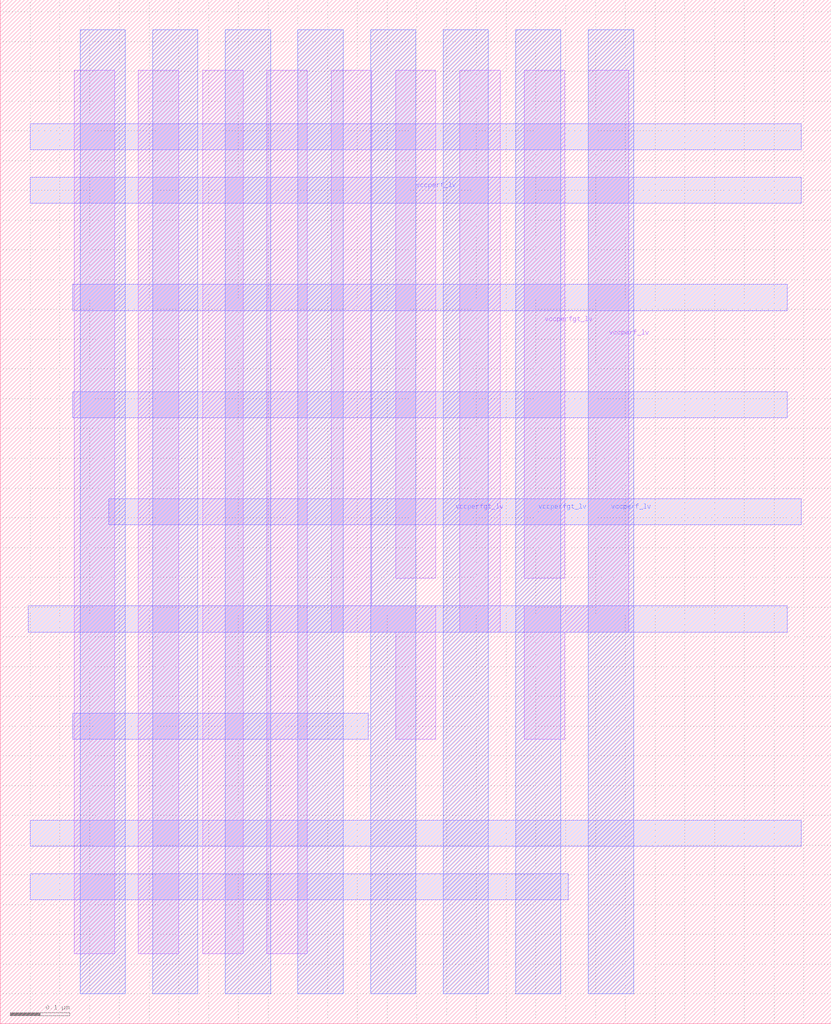
<source format=lef>
### Tool : gds2rh
### RedHawk Version : 19.1.7p1 RHEL6
### Vendor : Apache Design, Inc. A Subsidiary of ANSYS, Inc. 
### Date : Mar 02 2019 00:03:14 

### Date generated : Wed Sep 14 16:23:46 2022
 
### Command : gds2rh /nfs/an/disks/an_mos_scratch01/mos/prod/runs/c224uhdlpsprf-ext-version-r1-0-1/r641701_00_00/r641701_00_00/avm/rv_avm/gds2rh_options_powerup.txt

VERSION 5.5 ;
NAMESCASESENSITIVE ON ;
DIVIDERCHAR "/" ;
BUSBITCHARS "[]" ;
MACRO c2229srstsphdclp_lssaiopgsocrt 
 ORIGIN 0.0000 0.0000 ; 
 SIZE 1.396000 BY 1.720000 ;
 PIN pwrenin_b
  DIRECTION INOUT ;
  USE SIGNAL ;
  PORT
  END
 END pwrenin_b
 PIN vccperf_lv
  DIRECTION INOUT ;
  USE POWER ;
  PORT
   LAYER m2 ;
   RECT 0.050000 0.298000 1.346000 0.342000 ;
   RECT 0.050000 1.378000 1.346000 1.422000 ;
   RECT 0.074000 1.018000 1.349000 1.062000 ;
   LAYER m1 ;
   RECT 0.340000 0.118000 0.408000 1.018000 ;
   RECT 0.340000 1.018000 0.516000 1.062000 ;
   RECT 0.448000 1.062000 0.516000 1.242000 ;
   RECT 0.556000 0.118000 0.624000 1.062000 ;
   RECT 0.664000 1.018000 0.840000 1.062000 ;
   RECT 0.664000 1.062000 0.732000 1.242000 ;
   RECT 0.772000 0.118000 0.840000 1.018000 ;
   RECT 0.988000 0.118000 1.056000 1.602000 ;
   RECT 1.204000 0.118000 1.272000 1.602000 ;
   LAYER m3 ;
   RECT 0.332000 0.050000 0.408000 1.670000 ;
   RECT 0.576000 0.050000 0.652000 1.670000 ;
   RECT 0.820000 0.050000 0.896000 1.670000 ;
   RECT 1.064000 0.050000 1.140000 1.670000 ;
  END
 END vccperf_lv
 PIN vccperfgt_lv
  DIRECTION INOUT ;
  USE POWER ;
  PORT
   LAYER m2 ;
   RECT 0.050000 0.208000 1.346000 0.252000 ;
   RECT 0.050000 0.838000 1.214000 0.882000 ;
   RECT 0.074000 0.478000 1.274000 0.522000 ;
   RECT 0.074000 0.658000 1.274000 0.702000 ;
   RECT 0.442000 1.468000 1.346000 1.512000 ;
   RECT 0.777500 1.198000 1.274000 1.242000 ;
   LAYER m3 ;
   RECT 0.454000 0.050000 0.530000 1.670000 ;
   RECT 0.698000 0.050000 0.774000 1.670000 ;
   RECT 0.942000 0.050000 1.018000 1.670000 ;
   RECT 1.186000 0.050000 1.262000 1.670000 ;
   LAYER m1 ;
   RECT 0.448000 0.118000 0.516000 0.972000 ;
   RECT 0.664000 0.118000 0.732000 0.972000 ;
   RECT 0.880000 0.118000 0.948000 1.602000 ;
   RECT 1.096000 0.118000 1.164000 1.602000 ;
  END
 END vccperfgt_lv
END c2229srstsphdclp_lssaiopgsocrt
MACRO c2229srstsphdclp_lssaiopgsoclf 
 ORIGIN 0.0000 0.0000 ; 
 SIZE 1.396000 BY 1.720000 ;
 PIN pwrenin_b
  DIRECTION INOUT ;
  USE SIGNAL ;
  PORT
  END
 END pwrenin_b
 PIN vccperf_lv
  DIRECTION INOUT ;
  USE POWER ;
  PORT
   LAYER m2 ;
   RECT 0.047000 0.658000 1.322000 0.702000 ;
   RECT 0.050000 0.298000 1.346000 0.342000 ;
   RECT 0.050000 1.378000 1.346000 1.422000 ;
   LAYER m1 ;
   RECT 0.124000 0.118000 0.192000 1.602000 ;
   RECT 0.340000 0.118000 0.408000 1.602000 ;
   RECT 0.556000 0.658000 0.732000 0.702000 ;
   RECT 0.556000 0.702000 0.624000 1.602000 ;
   RECT 0.664000 0.478000 0.732000 0.658000 ;
   RECT 0.772000 0.658000 0.840000 1.602000 ;
   RECT 0.880000 0.478000 0.948000 0.658000 ;
   RECT 0.880000 0.658000 1.056000 0.702000 ;
   RECT 0.988000 0.702000 1.056000 1.602000 ;
   LAYER m3 ;
   RECT 0.256000 0.050000 0.332000 1.670000 ;
   RECT 0.500000 0.050000 0.576000 1.670000 ;
   RECT 0.744000 0.050000 0.820000 1.670000 ;
   RECT 0.988000 0.050000 1.064000 1.670000 ;
  END
 END vccperf_lv
 PIN vccperfgt_lv
  DIRECTION INOUT ;
  USE POWER ;
  PORT
   LAYER m2 ;
   RECT 0.050000 0.208000 0.954000 0.252000 ;
   RECT 0.050000 1.468000 1.346000 1.512000 ;
   RECT 0.122000 0.478000 0.618500 0.522000 ;
   RECT 0.122000 1.018000 1.322000 1.062000 ;
   RECT 0.122000 1.198000 1.322000 1.242000 ;
   RECT 0.182000 0.838000 1.346000 0.882000 ;
   LAYER m1 ;
   RECT 0.232000 0.118000 0.300000 1.602000 ;
   RECT 0.448000 0.118000 0.516000 1.602000 ;
   RECT 0.664000 0.748000 0.732000 1.602000 ;
   RECT 0.880000 0.748000 0.948000 1.602000 ;
   LAYER m3 ;
   RECT 0.134000 0.050000 0.210000 1.670000 ;
   RECT 0.378000 0.050000 0.454000 1.670000 ;
   RECT 0.622000 0.050000 0.698000 1.670000 ;
   RECT 0.866000 0.050000 0.942000 1.670000 ;
  END
 END vccperfgt_lv
END c2229srstsphdclp_lssaiopgsoclf
MACRO c2229srstsphdclp_lssaxdecpwrgt 
 ORIGIN 0.0000 0.0000 ; 
 SIZE 1.832000 BY 0.540000 ;
 PIN pwrenin_b
  DIRECTION INOUT ;
  USE SIGNAL ;
  PORT
  END
 END pwrenin_b
 PIN vccperf_lv
  DIRECTION INOUT ;
  USE POWER ;
  PORT
   LAYER m2 ;
   RECT 0.011500 0.024000 1.820000 0.132000 ;
   LAYER m1 ;
   RECT 0.666000 0.000000 0.734000 0.494000 ;
   RECT 0.882000 0.014000 0.950000 0.494000 ;
   RECT 1.098000 0.000000 1.166000 0.494000 ;
  END
 END vccperf_lv
 PIN vccperfgt_lv
  DIRECTION INOUT ;
  USE POWER ;
  PORT
   LAYER m2 ;
   RECT 0.000000 0.208000 1.832000 0.316000 ;
   LAYER m1 ;
   RECT 0.018000 0.022000 0.086000 0.540000 ;
   RECT 0.774000 0.000000 0.842000 0.494000 ;
   RECT 0.990000 0.000000 1.058000 0.494000 ;
   RECT 1.746000 0.022000 1.814000 0.540000 ;
  END
 END vccperfgt_lv
END c2229srstsphdclp_lssaxdecpwrgt
MACRO c2229srstsphdclp_lssapg 
 ORIGIN 0.0000 0.0000 ; 
 SIZE 1.456000 BY 1.304000 ;
 PIN pwrenin_b
  DIRECTION INOUT ;
  USE SIGNAL ;
  PORT
  END
 END pwrenin_b
 PIN vccperf_lv
  DIRECTION INOUT ;
  USE POWER ;
  PORT
   LAYER m2 ;
   RECT 0.052000 0.720000 0.968000 0.764000 ;
   RECT 0.216000 0.810000 0.968000 0.854000 ;
   LAYER m1 ;
   RECT 0.234000 0.090000 0.302000 1.214000 ;
   RECT 0.450000 0.090000 0.518000 1.214000 ;
   RECT 0.666000 0.360000 0.734000 1.214000 ;
   RECT 0.882000 0.360000 0.950000 1.214000 ;
  END
 END vccperf_lv
 PIN vccperfgt_lv
  DIRECTION INOUT ;
  USE POWER ;
  PORT
   LAYER m2 ;
   RECT 0.108000 0.990000 1.108000 1.034000 ;
   RECT 0.324000 0.630000 1.179000 0.674000 ;
   LAYER m1 ;
   RECT 0.126000 0.090000 0.194000 1.304000 ;
   RECT 0.342000 0.090000 0.410000 1.304000 ;
   RECT 0.558000 0.572000 0.626000 1.304000 ;
   RECT 0.774000 0.540000 0.842000 1.304000 ;
   RECT 0.990000 0.540000 1.058000 1.304000 ;
  END
 END vccperfgt_lv
END c2229srstsphdclp_lssapg
END LIBRARY

</source>
